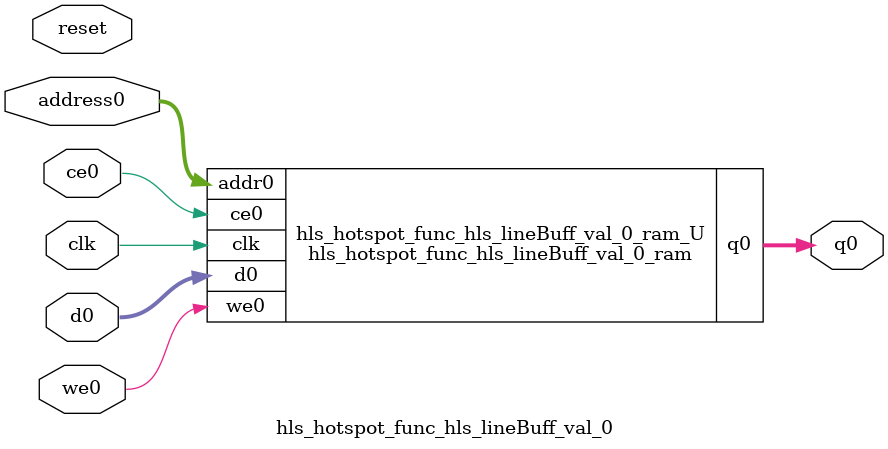
<source format=v>

`timescale 1 ns / 1 ps
module hls_hotspot_func_hls_lineBuff_val_0_ram (addr0, ce0, d0, we0, q0,  clk);

parameter DWIDTH = 32;
parameter AWIDTH = 11;
parameter MEM_SIZE = 1026;

input[AWIDTH-1:0] addr0;
input ce0;
input[DWIDTH-1:0] d0;
input we0;
output reg[DWIDTH-1:0] q0;
input clk;

(* ram_style = "block" *)reg [DWIDTH-1:0] ram[MEM_SIZE-1:0];




always @(posedge clk)  
begin 
    if (ce0) 
    begin
        if (we0) 
        begin 
            ram[addr0] <= d0; 
            q0 <= d0;
        end 
        else 
            q0 <= ram[addr0];
    end
end


endmodule


`timescale 1 ns / 1 ps
module hls_hotspot_func_hls_lineBuff_val_0(
    reset,
    clk,
    address0,
    ce0,
    we0,
    d0,
    q0);

parameter DataWidth = 32'd32;
parameter AddressRange = 32'd1026;
parameter AddressWidth = 32'd11;
input reset;
input clk;
input[AddressWidth - 1:0] address0;
input ce0;
input we0;
input[DataWidth - 1:0] d0;
output[DataWidth - 1:0] q0;



hls_hotspot_func_hls_lineBuff_val_0_ram hls_hotspot_func_hls_lineBuff_val_0_ram_U(
    .clk( clk ),
    .addr0( address0 ),
    .ce0( ce0 ),
    .d0( d0 ),
    .we0( we0 ),
    .q0( q0 ));

endmodule


</source>
